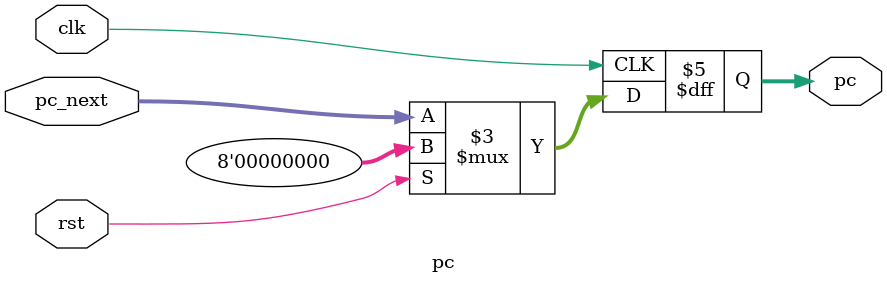
<source format=v>
module pc #(parameter W=8)(
  input  wire        clk, rst,
  input  wire [W-1:0] pc_next,
  output reg  [W-1:0] pc
);
  always @(posedge clk) begin
    if (rst) pc <= {W{1'b0}};
    else     pc <= pc_next;
  end
endmodule

</source>
